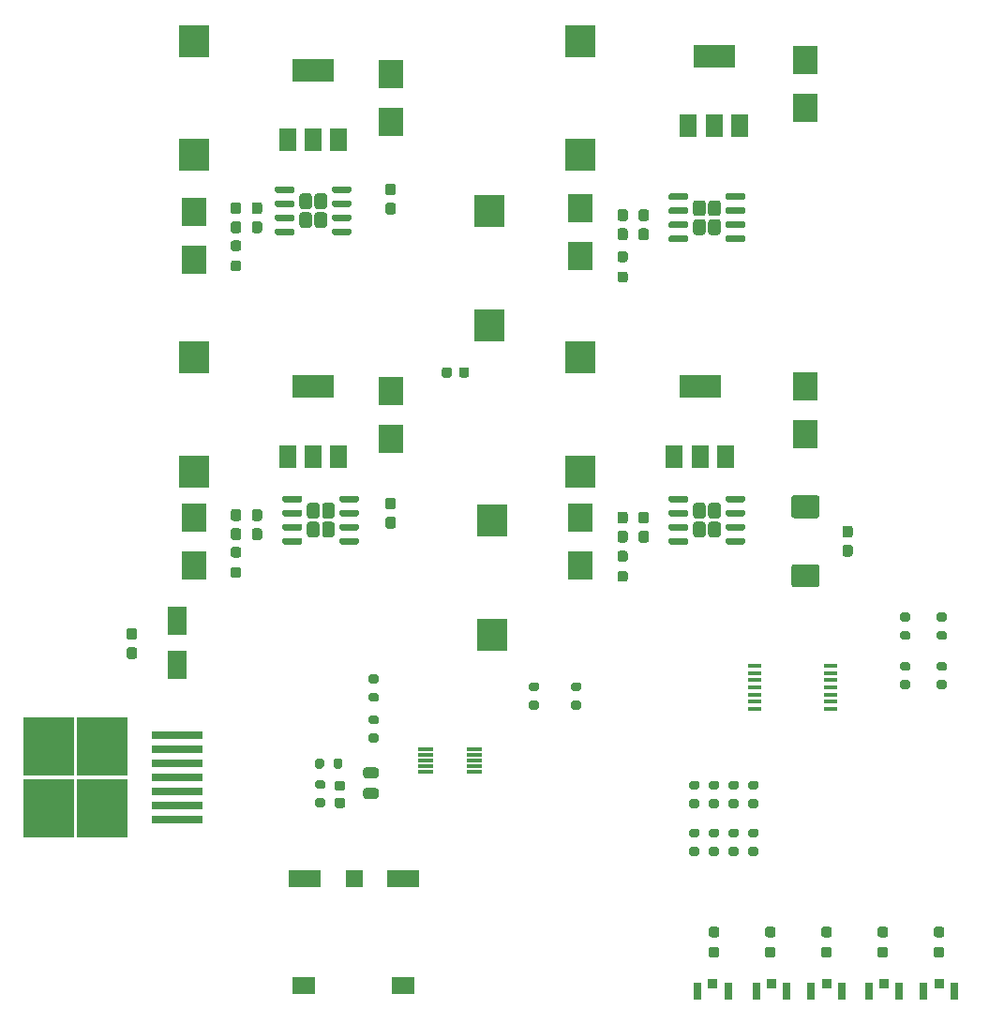
<source format=gtp>
%TF.GenerationSoftware,KiCad,Pcbnew,5.1.9+dfsg1-1*%
%TF.CreationDate,2021-04-28T20:37:39+02:00*%
%TF.ProjectId,Power_Board-2021,506f7765-725f-4426-9f61-72642d323032,rev?*%
%TF.SameCoordinates,Original*%
%TF.FileFunction,Paste,Top*%
%TF.FilePolarity,Positive*%
%FSLAX46Y46*%
G04 Gerber Fmt 4.6, Leading zero omitted, Abs format (unit mm)*
G04 Created by KiCad (PCBNEW 5.1.9+dfsg1-1) date 2021-04-28 20:37:39*
%MOMM*%
%LPD*%
G01*
G04 APERTURE LIST*
%ADD10R,4.600000X0.800000*%
%ADD11R,4.550000X5.250000*%
%ADD12R,1.400000X0.300000*%
%ADD13R,1.200000X0.400000*%
%ADD14R,2.300000X2.500000*%
%ADD15R,1.800000X2.500000*%
%ADD16R,3.800000X2.000000*%
%ADD17R,1.500000X2.000000*%
%ADD18R,2.800000X3.000000*%
%ADD19R,0.750000X1.500000*%
%ADD20R,0.900000X0.900000*%
%ADD21R,3.000000X1.524000*%
%ADD22R,1.524000X1.524000*%
%ADD23R,2.000000X1.524000*%
G04 APERTURE END LIST*
%TO.C,R7*%
G36*
G01*
X200935000Y-139783000D02*
X200385000Y-139783000D01*
G75*
G02*
X200185000Y-139583000I0J200000D01*
G01*
X200185000Y-139183000D01*
G75*
G02*
X200385000Y-138983000I200000J0D01*
G01*
X200935000Y-138983000D01*
G75*
G02*
X201135000Y-139183000I0J-200000D01*
G01*
X201135000Y-139583000D01*
G75*
G02*
X200935000Y-139783000I-200000J0D01*
G01*
G37*
G36*
G01*
X200935000Y-141433000D02*
X200385000Y-141433000D01*
G75*
G02*
X200185000Y-141233000I0J200000D01*
G01*
X200185000Y-140833000D01*
G75*
G02*
X200385000Y-140633000I200000J0D01*
G01*
X200935000Y-140633000D01*
G75*
G02*
X201135000Y-140833000I0J-200000D01*
G01*
X201135000Y-141233000D01*
G75*
G02*
X200935000Y-141433000I-200000J0D01*
G01*
G37*
%TD*%
%TO.C,R15*%
G36*
G01*
X187939000Y-127425000D02*
X188489000Y-127425000D01*
G75*
G02*
X188689000Y-127625000I0J-200000D01*
G01*
X188689000Y-128025000D01*
G75*
G02*
X188489000Y-128225000I-200000J0D01*
G01*
X187939000Y-128225000D01*
G75*
G02*
X187739000Y-128025000I0J200000D01*
G01*
X187739000Y-127625000D01*
G75*
G02*
X187939000Y-127425000I200000J0D01*
G01*
G37*
G36*
G01*
X187939000Y-125775000D02*
X188489000Y-125775000D01*
G75*
G02*
X188689000Y-125975000I0J-200000D01*
G01*
X188689000Y-126375000D01*
G75*
G02*
X188489000Y-126575000I-200000J0D01*
G01*
X187939000Y-126575000D01*
G75*
G02*
X187739000Y-126375000I0J200000D01*
G01*
X187739000Y-125975000D01*
G75*
G02*
X187939000Y-125775000I200000J0D01*
G01*
G37*
%TD*%
%TO.C,C2001*%
G36*
G01*
X176980000Y-97540000D02*
X176980000Y-98040000D01*
G75*
G02*
X176755000Y-98265000I-225000J0D01*
G01*
X176305000Y-98265000D01*
G75*
G02*
X176080000Y-98040000I0J225000D01*
G01*
X176080000Y-97540000D01*
G75*
G02*
X176305000Y-97315000I225000J0D01*
G01*
X176755000Y-97315000D01*
G75*
G02*
X176980000Y-97540000I0J-225000D01*
G01*
G37*
G36*
G01*
X178530000Y-97540000D02*
X178530000Y-98040000D01*
G75*
G02*
X178305000Y-98265000I-225000J0D01*
G01*
X177855000Y-98265000D01*
G75*
G02*
X177630000Y-98040000I0J225000D01*
G01*
X177630000Y-97540000D01*
G75*
G02*
X177855000Y-97315000I225000J0D01*
G01*
X178305000Y-97315000D01*
G75*
G02*
X178530000Y-97540000I0J-225000D01*
G01*
G37*
%TD*%
D10*
%TO.C,U1*%
X152152000Y-138176000D03*
X152152000Y-136906000D03*
X152152000Y-135636000D03*
X152152000Y-134366000D03*
X152152000Y-133096000D03*
X152152000Y-131826000D03*
X152152000Y-130556000D03*
D11*
X140577000Y-131591000D03*
X145427000Y-137141000D03*
X140577000Y-137141000D03*
X145427000Y-131591000D03*
%TD*%
%TO.C,R14*%
G36*
G01*
X217657000Y-123934000D02*
X218207000Y-123934000D01*
G75*
G02*
X218407000Y-124134000I0J-200000D01*
G01*
X218407000Y-124534000D01*
G75*
G02*
X218207000Y-124734000I-200000J0D01*
G01*
X217657000Y-124734000D01*
G75*
G02*
X217457000Y-124534000I0J200000D01*
G01*
X217457000Y-124134000D01*
G75*
G02*
X217657000Y-123934000I200000J0D01*
G01*
G37*
G36*
G01*
X217657000Y-125584000D02*
X218207000Y-125584000D01*
G75*
G02*
X218407000Y-125784000I0J-200000D01*
G01*
X218407000Y-126184000D01*
G75*
G02*
X218207000Y-126384000I-200000J0D01*
G01*
X217657000Y-126384000D01*
G75*
G02*
X217457000Y-126184000I0J200000D01*
G01*
X217457000Y-125784000D01*
G75*
G02*
X217657000Y-125584000I200000J0D01*
G01*
G37*
%TD*%
%TO.C,R12*%
G36*
G01*
X169651000Y-128760000D02*
X170201000Y-128760000D01*
G75*
G02*
X170401000Y-128960000I0J-200000D01*
G01*
X170401000Y-129360000D01*
G75*
G02*
X170201000Y-129560000I-200000J0D01*
G01*
X169651000Y-129560000D01*
G75*
G02*
X169451000Y-129360000I0J200000D01*
G01*
X169451000Y-128960000D01*
G75*
G02*
X169651000Y-128760000I200000J0D01*
G01*
G37*
G36*
G01*
X169651000Y-130410000D02*
X170201000Y-130410000D01*
G75*
G02*
X170401000Y-130610000I0J-200000D01*
G01*
X170401000Y-131010000D01*
G75*
G02*
X170201000Y-131210000I-200000J0D01*
G01*
X169651000Y-131210000D01*
G75*
G02*
X169451000Y-131010000I0J200000D01*
G01*
X169451000Y-130610000D01*
G75*
G02*
X169651000Y-130410000I200000J0D01*
G01*
G37*
%TD*%
%TO.C,R3*%
G36*
G01*
X204491000Y-139783000D02*
X203941000Y-139783000D01*
G75*
G02*
X203741000Y-139583000I0J200000D01*
G01*
X203741000Y-139183000D01*
G75*
G02*
X203941000Y-138983000I200000J0D01*
G01*
X204491000Y-138983000D01*
G75*
G02*
X204691000Y-139183000I0J-200000D01*
G01*
X204691000Y-139583000D01*
G75*
G02*
X204491000Y-139783000I-200000J0D01*
G01*
G37*
G36*
G01*
X204491000Y-141433000D02*
X203941000Y-141433000D01*
G75*
G02*
X203741000Y-141233000I0J200000D01*
G01*
X203741000Y-140833000D01*
G75*
G02*
X203941000Y-140633000I200000J0D01*
G01*
X204491000Y-140633000D01*
G75*
G02*
X204691000Y-140833000I0J-200000D01*
G01*
X204691000Y-141233000D01*
G75*
G02*
X204491000Y-141433000I-200000J0D01*
G01*
G37*
%TD*%
%TO.C,R4*%
G36*
G01*
X204491000Y-135465000D02*
X203941000Y-135465000D01*
G75*
G02*
X203741000Y-135265000I0J200000D01*
G01*
X203741000Y-134865000D01*
G75*
G02*
X203941000Y-134665000I200000J0D01*
G01*
X204491000Y-134665000D01*
G75*
G02*
X204691000Y-134865000I0J-200000D01*
G01*
X204691000Y-135265000D01*
G75*
G02*
X204491000Y-135465000I-200000J0D01*
G01*
G37*
G36*
G01*
X204491000Y-137115000D02*
X203941000Y-137115000D01*
G75*
G02*
X203741000Y-136915000I0J200000D01*
G01*
X203741000Y-136515000D01*
G75*
G02*
X203941000Y-136315000I200000J0D01*
G01*
X204491000Y-136315000D01*
G75*
G02*
X204691000Y-136515000I0J-200000D01*
G01*
X204691000Y-136915000D01*
G75*
G02*
X204491000Y-137115000I-200000J0D01*
G01*
G37*
%TD*%
%TO.C,R2*%
G36*
G01*
X165437000Y-132821000D02*
X165437000Y-133371000D01*
G75*
G02*
X165237000Y-133571000I-200000J0D01*
G01*
X164837000Y-133571000D01*
G75*
G02*
X164637000Y-133371000I0J200000D01*
G01*
X164637000Y-132821000D01*
G75*
G02*
X164837000Y-132621000I200000J0D01*
G01*
X165237000Y-132621000D01*
G75*
G02*
X165437000Y-132821000I0J-200000D01*
G01*
G37*
G36*
G01*
X167087000Y-132821000D02*
X167087000Y-133371000D01*
G75*
G02*
X166887000Y-133571000I-200000J0D01*
G01*
X166487000Y-133571000D01*
G75*
G02*
X166287000Y-133371000I0J200000D01*
G01*
X166287000Y-132821000D01*
G75*
G02*
X166487000Y-132621000I200000J0D01*
G01*
X166887000Y-132621000D01*
G75*
G02*
X167087000Y-132821000I0J-200000D01*
G01*
G37*
%TD*%
%TO.C,R5*%
G36*
G01*
X202713000Y-139783000D02*
X202163000Y-139783000D01*
G75*
G02*
X201963000Y-139583000I0J200000D01*
G01*
X201963000Y-139183000D01*
G75*
G02*
X202163000Y-138983000I200000J0D01*
G01*
X202713000Y-138983000D01*
G75*
G02*
X202913000Y-139183000I0J-200000D01*
G01*
X202913000Y-139583000D01*
G75*
G02*
X202713000Y-139783000I-200000J0D01*
G01*
G37*
G36*
G01*
X202713000Y-141433000D02*
X202163000Y-141433000D01*
G75*
G02*
X201963000Y-141233000I0J200000D01*
G01*
X201963000Y-140833000D01*
G75*
G02*
X202163000Y-140633000I200000J0D01*
G01*
X202713000Y-140633000D01*
G75*
G02*
X202913000Y-140833000I0J-200000D01*
G01*
X202913000Y-141233000D01*
G75*
G02*
X202713000Y-141433000I-200000J0D01*
G01*
G37*
%TD*%
%TO.C,R1*%
G36*
G01*
X164825000Y-134602000D02*
X165375000Y-134602000D01*
G75*
G02*
X165575000Y-134802000I0J-200000D01*
G01*
X165575000Y-135202000D01*
G75*
G02*
X165375000Y-135402000I-200000J0D01*
G01*
X164825000Y-135402000D01*
G75*
G02*
X164625000Y-135202000I0J200000D01*
G01*
X164625000Y-134802000D01*
G75*
G02*
X164825000Y-134602000I200000J0D01*
G01*
G37*
G36*
G01*
X164825000Y-136252000D02*
X165375000Y-136252000D01*
G75*
G02*
X165575000Y-136452000I0J-200000D01*
G01*
X165575000Y-136852000D01*
G75*
G02*
X165375000Y-137052000I-200000J0D01*
G01*
X164825000Y-137052000D01*
G75*
G02*
X164625000Y-136852000I0J200000D01*
G01*
X164625000Y-136452000D01*
G75*
G02*
X164825000Y-136252000I200000J0D01*
G01*
G37*
%TD*%
D12*
%TO.C,U2*%
X174584000Y-131842000D03*
X174584000Y-132342000D03*
X174584000Y-132842000D03*
X174584000Y-133342000D03*
X174584000Y-133842000D03*
X178984000Y-133842000D03*
X178984000Y-133342000D03*
X178984000Y-132842000D03*
X178984000Y-132342000D03*
X178984000Y-131842000D03*
%TD*%
%TO.C,R13*%
G36*
G01*
X184129000Y-125775000D02*
X184679000Y-125775000D01*
G75*
G02*
X184879000Y-125975000I0J-200000D01*
G01*
X184879000Y-126375000D01*
G75*
G02*
X184679000Y-126575000I-200000J0D01*
G01*
X184129000Y-126575000D01*
G75*
G02*
X183929000Y-126375000I0J200000D01*
G01*
X183929000Y-125975000D01*
G75*
G02*
X184129000Y-125775000I200000J0D01*
G01*
G37*
G36*
G01*
X184129000Y-127425000D02*
X184679000Y-127425000D01*
G75*
G02*
X184879000Y-127625000I0J-200000D01*
G01*
X184879000Y-128025000D01*
G75*
G02*
X184679000Y-128225000I-200000J0D01*
G01*
X184129000Y-128225000D01*
G75*
G02*
X183929000Y-128025000I0J200000D01*
G01*
X183929000Y-127625000D01*
G75*
G02*
X184129000Y-127425000I200000J0D01*
G01*
G37*
%TD*%
%TO.C,R10*%
G36*
G01*
X199157000Y-137115000D02*
X198607000Y-137115000D01*
G75*
G02*
X198407000Y-136915000I0J200000D01*
G01*
X198407000Y-136515000D01*
G75*
G02*
X198607000Y-136315000I200000J0D01*
G01*
X199157000Y-136315000D01*
G75*
G02*
X199357000Y-136515000I0J-200000D01*
G01*
X199357000Y-136915000D01*
G75*
G02*
X199157000Y-137115000I-200000J0D01*
G01*
G37*
G36*
G01*
X199157000Y-135465000D02*
X198607000Y-135465000D01*
G75*
G02*
X198407000Y-135265000I0J200000D01*
G01*
X198407000Y-134865000D01*
G75*
G02*
X198607000Y-134665000I200000J0D01*
G01*
X199157000Y-134665000D01*
G75*
G02*
X199357000Y-134865000I0J-200000D01*
G01*
X199357000Y-135265000D01*
G75*
G02*
X199157000Y-135465000I-200000J0D01*
G01*
G37*
%TD*%
%TO.C,R8*%
G36*
G01*
X200935000Y-137115000D02*
X200385000Y-137115000D01*
G75*
G02*
X200185000Y-136915000I0J200000D01*
G01*
X200185000Y-136515000D01*
G75*
G02*
X200385000Y-136315000I200000J0D01*
G01*
X200935000Y-136315000D01*
G75*
G02*
X201135000Y-136515000I0J-200000D01*
G01*
X201135000Y-136915000D01*
G75*
G02*
X200935000Y-137115000I-200000J0D01*
G01*
G37*
G36*
G01*
X200935000Y-135465000D02*
X200385000Y-135465000D01*
G75*
G02*
X200185000Y-135265000I0J200000D01*
G01*
X200185000Y-134865000D01*
G75*
G02*
X200385000Y-134665000I200000J0D01*
G01*
X200935000Y-134665000D01*
G75*
G02*
X201135000Y-134865000I0J-200000D01*
G01*
X201135000Y-135265000D01*
G75*
G02*
X200935000Y-135465000I-200000J0D01*
G01*
G37*
%TD*%
%TO.C,R6*%
G36*
G01*
X202713000Y-137115000D02*
X202163000Y-137115000D01*
G75*
G02*
X201963000Y-136915000I0J200000D01*
G01*
X201963000Y-136515000D01*
G75*
G02*
X202163000Y-136315000I200000J0D01*
G01*
X202713000Y-136315000D01*
G75*
G02*
X202913000Y-136515000I0J-200000D01*
G01*
X202913000Y-136915000D01*
G75*
G02*
X202713000Y-137115000I-200000J0D01*
G01*
G37*
G36*
G01*
X202713000Y-135465000D02*
X202163000Y-135465000D01*
G75*
G02*
X201963000Y-135265000I0J200000D01*
G01*
X201963000Y-134865000D01*
G75*
G02*
X202163000Y-134665000I200000J0D01*
G01*
X202713000Y-134665000D01*
G75*
G02*
X202913000Y-134865000I0J-200000D01*
G01*
X202913000Y-135265000D01*
G75*
G02*
X202713000Y-135465000I-200000J0D01*
G01*
G37*
%TD*%
D13*
%TO.C,U3*%
X204322000Y-124288000D03*
X204322000Y-124938000D03*
X204322000Y-125588000D03*
X204322000Y-126238000D03*
X204322000Y-126888000D03*
X204322000Y-127538000D03*
X204322000Y-128188000D03*
X211222000Y-128188000D03*
X211222000Y-127538000D03*
X211222000Y-126888000D03*
X211222000Y-126238000D03*
X211222000Y-125588000D03*
X211222000Y-124938000D03*
X211222000Y-124288000D03*
%TD*%
%TO.C,R16*%
G36*
G01*
X220959000Y-123934000D02*
X221509000Y-123934000D01*
G75*
G02*
X221709000Y-124134000I0J-200000D01*
G01*
X221709000Y-124534000D01*
G75*
G02*
X221509000Y-124734000I-200000J0D01*
G01*
X220959000Y-124734000D01*
G75*
G02*
X220759000Y-124534000I0J200000D01*
G01*
X220759000Y-124134000D01*
G75*
G02*
X220959000Y-123934000I200000J0D01*
G01*
G37*
G36*
G01*
X220959000Y-125584000D02*
X221509000Y-125584000D01*
G75*
G02*
X221709000Y-125784000I0J-200000D01*
G01*
X221709000Y-126184000D01*
G75*
G02*
X221509000Y-126384000I-200000J0D01*
G01*
X220959000Y-126384000D01*
G75*
G02*
X220759000Y-126184000I0J200000D01*
G01*
X220759000Y-125784000D01*
G75*
G02*
X220959000Y-125584000I200000J0D01*
G01*
G37*
%TD*%
%TO.C,C1*%
G36*
G01*
X167128000Y-137115000D02*
X166628000Y-137115000D01*
G75*
G02*
X166403000Y-136890000I0J225000D01*
G01*
X166403000Y-136440000D01*
G75*
G02*
X166628000Y-136215000I225000J0D01*
G01*
X167128000Y-136215000D01*
G75*
G02*
X167353000Y-136440000I0J-225000D01*
G01*
X167353000Y-136890000D01*
G75*
G02*
X167128000Y-137115000I-225000J0D01*
G01*
G37*
G36*
G01*
X167128000Y-135565000D02*
X166628000Y-135565000D01*
G75*
G02*
X166403000Y-135340000I0J225000D01*
G01*
X166403000Y-134890000D01*
G75*
G02*
X166628000Y-134665000I225000J0D01*
G01*
X167128000Y-134665000D01*
G75*
G02*
X167353000Y-134890000I0J-225000D01*
G01*
X167353000Y-135340000D01*
G75*
G02*
X167128000Y-135565000I-225000J0D01*
G01*
G37*
%TD*%
%TO.C,R11*%
G36*
G01*
X170201000Y-125876000D02*
X169651000Y-125876000D01*
G75*
G02*
X169451000Y-125676000I0J200000D01*
G01*
X169451000Y-125276000D01*
G75*
G02*
X169651000Y-125076000I200000J0D01*
G01*
X170201000Y-125076000D01*
G75*
G02*
X170401000Y-125276000I0J-200000D01*
G01*
X170401000Y-125676000D01*
G75*
G02*
X170201000Y-125876000I-200000J0D01*
G01*
G37*
G36*
G01*
X170201000Y-127526000D02*
X169651000Y-127526000D01*
G75*
G02*
X169451000Y-127326000I0J200000D01*
G01*
X169451000Y-126926000D01*
G75*
G02*
X169651000Y-126726000I200000J0D01*
G01*
X170201000Y-126726000D01*
G75*
G02*
X170401000Y-126926000I0J-200000D01*
G01*
X170401000Y-127326000D01*
G75*
G02*
X170201000Y-127526000I-200000J0D01*
G01*
G37*
%TD*%
%TO.C,R9*%
G36*
G01*
X199157000Y-139783000D02*
X198607000Y-139783000D01*
G75*
G02*
X198407000Y-139583000I0J200000D01*
G01*
X198407000Y-139183000D01*
G75*
G02*
X198607000Y-138983000I200000J0D01*
G01*
X199157000Y-138983000D01*
G75*
G02*
X199357000Y-139183000I0J-200000D01*
G01*
X199357000Y-139583000D01*
G75*
G02*
X199157000Y-139783000I-200000J0D01*
G01*
G37*
G36*
G01*
X199157000Y-141433000D02*
X198607000Y-141433000D01*
G75*
G02*
X198407000Y-141233000I0J200000D01*
G01*
X198407000Y-140833000D01*
G75*
G02*
X198607000Y-140633000I200000J0D01*
G01*
X199157000Y-140633000D01*
G75*
G02*
X199357000Y-140833000I0J-200000D01*
G01*
X199357000Y-141233000D01*
G75*
G02*
X199157000Y-141433000I-200000J0D01*
G01*
G37*
%TD*%
%TO.C,C2004*%
G36*
G01*
X159147500Y-111857500D02*
X159622500Y-111857500D01*
G75*
G02*
X159860000Y-112095000I0J-237500D01*
G01*
X159860000Y-112695000D01*
G75*
G02*
X159622500Y-112932500I-237500J0D01*
G01*
X159147500Y-112932500D01*
G75*
G02*
X158910000Y-112695000I0J237500D01*
G01*
X158910000Y-112095000D01*
G75*
G02*
X159147500Y-111857500I237500J0D01*
G01*
G37*
G36*
G01*
X159147500Y-110132500D02*
X159622500Y-110132500D01*
G75*
G02*
X159860000Y-110370000I0J-237500D01*
G01*
X159860000Y-110970000D01*
G75*
G02*
X159622500Y-111207500I-237500J0D01*
G01*
X159147500Y-111207500D01*
G75*
G02*
X158910000Y-110970000I0J237500D01*
G01*
X158910000Y-110370000D01*
G75*
G02*
X159147500Y-110132500I237500J0D01*
G01*
G37*
%TD*%
%TO.C,C2005*%
G36*
G01*
X157242500Y-111857500D02*
X157717500Y-111857500D01*
G75*
G02*
X157955000Y-112095000I0J-237500D01*
G01*
X157955000Y-112695000D01*
G75*
G02*
X157717500Y-112932500I-237500J0D01*
G01*
X157242500Y-112932500D01*
G75*
G02*
X157005000Y-112695000I0J237500D01*
G01*
X157005000Y-112095000D01*
G75*
G02*
X157242500Y-111857500I237500J0D01*
G01*
G37*
G36*
G01*
X157242500Y-110132500D02*
X157717500Y-110132500D01*
G75*
G02*
X157955000Y-110370000I0J-237500D01*
G01*
X157955000Y-110970000D01*
G75*
G02*
X157717500Y-111207500I-237500J0D01*
G01*
X157242500Y-111207500D01*
G75*
G02*
X157005000Y-110970000I0J237500D01*
G01*
X157005000Y-110370000D01*
G75*
G02*
X157242500Y-110132500I237500J0D01*
G01*
G37*
%TD*%
%TO.C,C2014*%
G36*
G01*
X159147500Y-84145000D02*
X159622500Y-84145000D01*
G75*
G02*
X159860000Y-84382500I0J-237500D01*
G01*
X159860000Y-84982500D01*
G75*
G02*
X159622500Y-85220000I-237500J0D01*
G01*
X159147500Y-85220000D01*
G75*
G02*
X158910000Y-84982500I0J237500D01*
G01*
X158910000Y-84382500D01*
G75*
G02*
X159147500Y-84145000I237500J0D01*
G01*
G37*
G36*
G01*
X159147500Y-82420000D02*
X159622500Y-82420000D01*
G75*
G02*
X159860000Y-82657500I0J-237500D01*
G01*
X159860000Y-83257500D01*
G75*
G02*
X159622500Y-83495000I-237500J0D01*
G01*
X159147500Y-83495000D01*
G75*
G02*
X158910000Y-83257500I0J237500D01*
G01*
X158910000Y-82657500D01*
G75*
G02*
X159147500Y-82420000I237500J0D01*
G01*
G37*
%TD*%
%TO.C,C2015*%
G36*
G01*
X157242500Y-82420000D02*
X157717500Y-82420000D01*
G75*
G02*
X157955000Y-82657500I0J-237500D01*
G01*
X157955000Y-83257500D01*
G75*
G02*
X157717500Y-83495000I-237500J0D01*
G01*
X157242500Y-83495000D01*
G75*
G02*
X157005000Y-83257500I0J237500D01*
G01*
X157005000Y-82657500D01*
G75*
G02*
X157242500Y-82420000I237500J0D01*
G01*
G37*
G36*
G01*
X157242500Y-84145000D02*
X157717500Y-84145000D01*
G75*
G02*
X157955000Y-84382500I0J-237500D01*
G01*
X157955000Y-84982500D01*
G75*
G02*
X157717500Y-85220000I-237500J0D01*
G01*
X157242500Y-85220000D01*
G75*
G02*
X157005000Y-84982500I0J237500D01*
G01*
X157005000Y-84382500D01*
G75*
G02*
X157242500Y-84145000I237500J0D01*
G01*
G37*
%TD*%
%TO.C,C2023*%
G36*
G01*
X207890000Y-108880000D02*
X209940000Y-108880000D01*
G75*
G02*
X210190000Y-109130000I0J-250000D01*
G01*
X210190000Y-110705000D01*
G75*
G02*
X209940000Y-110955000I-250000J0D01*
G01*
X207890000Y-110955000D01*
G75*
G02*
X207640000Y-110705000I0J250000D01*
G01*
X207640000Y-109130000D01*
G75*
G02*
X207890000Y-108880000I250000J0D01*
G01*
G37*
G36*
G01*
X207890000Y-115105000D02*
X209940000Y-115105000D01*
G75*
G02*
X210190000Y-115355000I0J-250000D01*
G01*
X210190000Y-116930000D01*
G75*
G02*
X209940000Y-117180000I-250000J0D01*
G01*
X207890000Y-117180000D01*
G75*
G02*
X207640000Y-116930000I0J250000D01*
G01*
X207640000Y-115355000D01*
G75*
G02*
X207890000Y-115105000I250000J0D01*
G01*
G37*
%TD*%
%TO.C,C2025*%
G36*
G01*
X194072500Y-112085000D02*
X194547500Y-112085000D01*
G75*
G02*
X194785000Y-112322500I0J-237500D01*
G01*
X194785000Y-112922500D01*
G75*
G02*
X194547500Y-113160000I-237500J0D01*
G01*
X194072500Y-113160000D01*
G75*
G02*
X193835000Y-112922500I0J237500D01*
G01*
X193835000Y-112322500D01*
G75*
G02*
X194072500Y-112085000I237500J0D01*
G01*
G37*
G36*
G01*
X194072500Y-110360000D02*
X194547500Y-110360000D01*
G75*
G02*
X194785000Y-110597500I0J-237500D01*
G01*
X194785000Y-111197500D01*
G75*
G02*
X194547500Y-111435000I-237500J0D01*
G01*
X194072500Y-111435000D01*
G75*
G02*
X193835000Y-111197500I0J237500D01*
G01*
X193835000Y-110597500D01*
G75*
G02*
X194072500Y-110360000I237500J0D01*
G01*
G37*
%TD*%
%TO.C,C2026*%
G36*
G01*
X192167500Y-110360000D02*
X192642500Y-110360000D01*
G75*
G02*
X192880000Y-110597500I0J-237500D01*
G01*
X192880000Y-111197500D01*
G75*
G02*
X192642500Y-111435000I-237500J0D01*
G01*
X192167500Y-111435000D01*
G75*
G02*
X191930000Y-111197500I0J237500D01*
G01*
X191930000Y-110597500D01*
G75*
G02*
X192167500Y-110360000I237500J0D01*
G01*
G37*
G36*
G01*
X192167500Y-112085000D02*
X192642500Y-112085000D01*
G75*
G02*
X192880000Y-112322500I0J-237500D01*
G01*
X192880000Y-112922500D01*
G75*
G02*
X192642500Y-113160000I-237500J0D01*
G01*
X192167500Y-113160000D01*
G75*
G02*
X191930000Y-112922500I0J237500D01*
G01*
X191930000Y-112322500D01*
G75*
G02*
X192167500Y-112085000I237500J0D01*
G01*
G37*
%TD*%
%TO.C,C2035*%
G36*
G01*
X194072500Y-84780000D02*
X194547500Y-84780000D01*
G75*
G02*
X194785000Y-85017500I0J-237500D01*
G01*
X194785000Y-85617500D01*
G75*
G02*
X194547500Y-85855000I-237500J0D01*
G01*
X194072500Y-85855000D01*
G75*
G02*
X193835000Y-85617500I0J237500D01*
G01*
X193835000Y-85017500D01*
G75*
G02*
X194072500Y-84780000I237500J0D01*
G01*
G37*
G36*
G01*
X194072500Y-83055000D02*
X194547500Y-83055000D01*
G75*
G02*
X194785000Y-83292500I0J-237500D01*
G01*
X194785000Y-83892500D01*
G75*
G02*
X194547500Y-84130000I-237500J0D01*
G01*
X194072500Y-84130000D01*
G75*
G02*
X193835000Y-83892500I0J237500D01*
G01*
X193835000Y-83292500D01*
G75*
G02*
X194072500Y-83055000I237500J0D01*
G01*
G37*
%TD*%
%TO.C,C2036*%
G36*
G01*
X192167500Y-84780000D02*
X192642500Y-84780000D01*
G75*
G02*
X192880000Y-85017500I0J-237500D01*
G01*
X192880000Y-85617500D01*
G75*
G02*
X192642500Y-85855000I-237500J0D01*
G01*
X192167500Y-85855000D01*
G75*
G02*
X191930000Y-85617500I0J237500D01*
G01*
X191930000Y-85017500D01*
G75*
G02*
X192167500Y-84780000I237500J0D01*
G01*
G37*
G36*
G01*
X192167500Y-83055000D02*
X192642500Y-83055000D01*
G75*
G02*
X192880000Y-83292500I0J-237500D01*
G01*
X192880000Y-83892500D01*
G75*
G02*
X192642500Y-84130000I-237500J0D01*
G01*
X192167500Y-84130000D01*
G75*
G02*
X191930000Y-83892500I0J237500D01*
G01*
X191930000Y-83292500D01*
G75*
G02*
X192167500Y-83055000I237500J0D01*
G01*
G37*
%TD*%
D14*
%TO.C,D2001*%
X171450000Y-99450000D03*
X171450000Y-103750000D03*
%TD*%
D15*
%TO.C,D2002*%
X152146000Y-124174000D03*
X152146000Y-120174000D03*
%TD*%
D14*
%TO.C,D2003*%
X153670000Y-110880000D03*
X153670000Y-115180000D03*
%TD*%
%TO.C,D2004*%
X171450000Y-75175000D03*
X171450000Y-70875000D03*
%TD*%
%TO.C,D2005*%
X153670000Y-83330000D03*
X153670000Y-87630000D03*
%TD*%
%TO.C,D2006*%
X208915000Y-99060000D03*
X208915000Y-103360000D03*
%TD*%
%TO.C,D2008*%
X188595000Y-115180000D03*
X188595000Y-110880000D03*
%TD*%
%TO.C,D2009*%
X208915000Y-69605000D03*
X208915000Y-73905000D03*
%TD*%
%TO.C,D2010*%
X188595000Y-82940000D03*
X188595000Y-87240000D03*
%TD*%
D16*
%TO.C,Q2001*%
X164465000Y-99085000D03*
D17*
X164465000Y-105385000D03*
X166765000Y-105385000D03*
X162165000Y-105385000D03*
%TD*%
D16*
%TO.C,Q2002*%
X164465000Y-70510000D03*
D17*
X164465000Y-76810000D03*
X166765000Y-76810000D03*
X162165000Y-76810000D03*
%TD*%
%TO.C,Q2003*%
X197090000Y-105385000D03*
X201690000Y-105385000D03*
X199390000Y-105385000D03*
D16*
X199390000Y-99085000D03*
%TD*%
D17*
%TO.C,Q2004*%
X198360000Y-75540000D03*
X202960000Y-75540000D03*
X200660000Y-75540000D03*
D16*
X200660000Y-69240000D03*
%TD*%
%TO.C,R2004*%
G36*
G01*
X157242500Y-113535000D02*
X157717500Y-113535000D01*
G75*
G02*
X157955000Y-113772500I0J-237500D01*
G01*
X157955000Y-114272500D01*
G75*
G02*
X157717500Y-114510000I-237500J0D01*
G01*
X157242500Y-114510000D01*
G75*
G02*
X157005000Y-114272500I0J237500D01*
G01*
X157005000Y-113772500D01*
G75*
G02*
X157242500Y-113535000I237500J0D01*
G01*
G37*
G36*
G01*
X157242500Y-115360000D02*
X157717500Y-115360000D01*
G75*
G02*
X157955000Y-115597500I0J-237500D01*
G01*
X157955000Y-116097500D01*
G75*
G02*
X157717500Y-116335000I-237500J0D01*
G01*
X157242500Y-116335000D01*
G75*
G02*
X157005000Y-116097500I0J237500D01*
G01*
X157005000Y-115597500D01*
G75*
G02*
X157242500Y-115360000I237500J0D01*
G01*
G37*
%TD*%
%TO.C,R2008*%
G36*
G01*
X157242500Y-87697500D02*
X157717500Y-87697500D01*
G75*
G02*
X157955000Y-87935000I0J-237500D01*
G01*
X157955000Y-88435000D01*
G75*
G02*
X157717500Y-88672500I-237500J0D01*
G01*
X157242500Y-88672500D01*
G75*
G02*
X157005000Y-88435000I0J237500D01*
G01*
X157005000Y-87935000D01*
G75*
G02*
X157242500Y-87697500I237500J0D01*
G01*
G37*
G36*
G01*
X157242500Y-85872500D02*
X157717500Y-85872500D01*
G75*
G02*
X157955000Y-86110000I0J-237500D01*
G01*
X157955000Y-86610000D01*
G75*
G02*
X157717500Y-86847500I-237500J0D01*
G01*
X157242500Y-86847500D01*
G75*
G02*
X157005000Y-86610000I0J237500D01*
G01*
X157005000Y-86110000D01*
G75*
G02*
X157242500Y-85872500I237500J0D01*
G01*
G37*
%TD*%
%TO.C,R2012*%
G36*
G01*
X192167500Y-113892500D02*
X192642500Y-113892500D01*
G75*
G02*
X192880000Y-114130000I0J-237500D01*
G01*
X192880000Y-114630000D01*
G75*
G02*
X192642500Y-114867500I-237500J0D01*
G01*
X192167500Y-114867500D01*
G75*
G02*
X191930000Y-114630000I0J237500D01*
G01*
X191930000Y-114130000D01*
G75*
G02*
X192167500Y-113892500I237500J0D01*
G01*
G37*
G36*
G01*
X192167500Y-115717500D02*
X192642500Y-115717500D01*
G75*
G02*
X192880000Y-115955000I0J-237500D01*
G01*
X192880000Y-116455000D01*
G75*
G02*
X192642500Y-116692500I-237500J0D01*
G01*
X192167500Y-116692500D01*
G75*
G02*
X191930000Y-116455000I0J237500D01*
G01*
X191930000Y-115955000D01*
G75*
G02*
X192167500Y-115717500I237500J0D01*
G01*
G37*
%TD*%
%TO.C,R2016*%
G36*
G01*
X192167500Y-86865000D02*
X192642500Y-86865000D01*
G75*
G02*
X192880000Y-87102500I0J-237500D01*
G01*
X192880000Y-87602500D01*
G75*
G02*
X192642500Y-87840000I-237500J0D01*
G01*
X192167500Y-87840000D01*
G75*
G02*
X191930000Y-87602500I0J237500D01*
G01*
X191930000Y-87102500D01*
G75*
G02*
X192167500Y-86865000I237500J0D01*
G01*
G37*
G36*
G01*
X192167500Y-88690000D02*
X192642500Y-88690000D01*
G75*
G02*
X192880000Y-88927500I0J-237500D01*
G01*
X192880000Y-89427500D01*
G75*
G02*
X192642500Y-89665000I-237500J0D01*
G01*
X192167500Y-89665000D01*
G75*
G02*
X191930000Y-89427500I0J237500D01*
G01*
X191930000Y-88927500D01*
G75*
G02*
X192167500Y-88690000I237500J0D01*
G01*
G37*
%TD*%
%TO.C,R2017*%
G36*
G01*
X200897500Y-150625000D02*
X200422500Y-150625000D01*
G75*
G02*
X200185000Y-150387500I0J237500D01*
G01*
X200185000Y-149887500D01*
G75*
G02*
X200422500Y-149650000I237500J0D01*
G01*
X200897500Y-149650000D01*
G75*
G02*
X201135000Y-149887500I0J-237500D01*
G01*
X201135000Y-150387500D01*
G75*
G02*
X200897500Y-150625000I-237500J0D01*
G01*
G37*
G36*
G01*
X200897500Y-148800000D02*
X200422500Y-148800000D01*
G75*
G02*
X200185000Y-148562500I0J237500D01*
G01*
X200185000Y-148062500D01*
G75*
G02*
X200422500Y-147825000I237500J0D01*
G01*
X200897500Y-147825000D01*
G75*
G02*
X201135000Y-148062500I0J-237500D01*
G01*
X201135000Y-148562500D01*
G75*
G02*
X200897500Y-148800000I-237500J0D01*
G01*
G37*
%TD*%
%TO.C,R2018*%
G36*
G01*
X205977500Y-150625000D02*
X205502500Y-150625000D01*
G75*
G02*
X205265000Y-150387500I0J237500D01*
G01*
X205265000Y-149887500D01*
G75*
G02*
X205502500Y-149650000I237500J0D01*
G01*
X205977500Y-149650000D01*
G75*
G02*
X206215000Y-149887500I0J-237500D01*
G01*
X206215000Y-150387500D01*
G75*
G02*
X205977500Y-150625000I-237500J0D01*
G01*
G37*
G36*
G01*
X205977500Y-148800000D02*
X205502500Y-148800000D01*
G75*
G02*
X205265000Y-148562500I0J237500D01*
G01*
X205265000Y-148062500D01*
G75*
G02*
X205502500Y-147825000I237500J0D01*
G01*
X205977500Y-147825000D01*
G75*
G02*
X206215000Y-148062500I0J-237500D01*
G01*
X206215000Y-148562500D01*
G75*
G02*
X205977500Y-148800000I-237500J0D01*
G01*
G37*
%TD*%
%TO.C,R2019*%
G36*
G01*
X211057500Y-148800000D02*
X210582500Y-148800000D01*
G75*
G02*
X210345000Y-148562500I0J237500D01*
G01*
X210345000Y-148062500D01*
G75*
G02*
X210582500Y-147825000I237500J0D01*
G01*
X211057500Y-147825000D01*
G75*
G02*
X211295000Y-148062500I0J-237500D01*
G01*
X211295000Y-148562500D01*
G75*
G02*
X211057500Y-148800000I-237500J0D01*
G01*
G37*
G36*
G01*
X211057500Y-150625000D02*
X210582500Y-150625000D01*
G75*
G02*
X210345000Y-150387500I0J237500D01*
G01*
X210345000Y-149887500D01*
G75*
G02*
X210582500Y-149650000I237500J0D01*
G01*
X211057500Y-149650000D01*
G75*
G02*
X211295000Y-149887500I0J-237500D01*
G01*
X211295000Y-150387500D01*
G75*
G02*
X211057500Y-150625000I-237500J0D01*
G01*
G37*
%TD*%
%TO.C,R2020*%
G36*
G01*
X216137500Y-148800000D02*
X215662500Y-148800000D01*
G75*
G02*
X215425000Y-148562500I0J237500D01*
G01*
X215425000Y-148062500D01*
G75*
G02*
X215662500Y-147825000I237500J0D01*
G01*
X216137500Y-147825000D01*
G75*
G02*
X216375000Y-148062500I0J-237500D01*
G01*
X216375000Y-148562500D01*
G75*
G02*
X216137500Y-148800000I-237500J0D01*
G01*
G37*
G36*
G01*
X216137500Y-150625000D02*
X215662500Y-150625000D01*
G75*
G02*
X215425000Y-150387500I0J237500D01*
G01*
X215425000Y-149887500D01*
G75*
G02*
X215662500Y-149650000I237500J0D01*
G01*
X216137500Y-149650000D01*
G75*
G02*
X216375000Y-149887500I0J-237500D01*
G01*
X216375000Y-150387500D01*
G75*
G02*
X216137500Y-150625000I-237500J0D01*
G01*
G37*
%TD*%
%TO.C,R2021*%
G36*
G01*
X221217500Y-150625000D02*
X220742500Y-150625000D01*
G75*
G02*
X220505000Y-150387500I0J237500D01*
G01*
X220505000Y-149887500D01*
G75*
G02*
X220742500Y-149650000I237500J0D01*
G01*
X221217500Y-149650000D01*
G75*
G02*
X221455000Y-149887500I0J-237500D01*
G01*
X221455000Y-150387500D01*
G75*
G02*
X221217500Y-150625000I-237500J0D01*
G01*
G37*
G36*
G01*
X221217500Y-148800000D02*
X220742500Y-148800000D01*
G75*
G02*
X220505000Y-148562500I0J237500D01*
G01*
X220505000Y-148062500D01*
G75*
G02*
X220742500Y-147825000I237500J0D01*
G01*
X221217500Y-147825000D01*
G75*
G02*
X221455000Y-148062500I0J-237500D01*
G01*
X221455000Y-148562500D01*
G75*
G02*
X221217500Y-148800000I-237500J0D01*
G01*
G37*
%TD*%
%TO.C,U2001*%
G36*
G01*
X165260000Y-112435000D02*
X165260000Y-111515000D01*
G75*
G02*
X165510000Y-111265000I250000J0D01*
G01*
X166140000Y-111265000D01*
G75*
G02*
X166390000Y-111515000I0J-250000D01*
G01*
X166390000Y-112435000D01*
G75*
G02*
X166140000Y-112685000I-250000J0D01*
G01*
X165510000Y-112685000D01*
G75*
G02*
X165260000Y-112435000I0J250000D01*
G01*
G37*
G36*
G01*
X165260000Y-110735000D02*
X165260000Y-109815000D01*
G75*
G02*
X165510000Y-109565000I250000J0D01*
G01*
X166140000Y-109565000D01*
G75*
G02*
X166390000Y-109815000I0J-250000D01*
G01*
X166390000Y-110735000D01*
G75*
G02*
X166140000Y-110985000I-250000J0D01*
G01*
X165510000Y-110985000D01*
G75*
G02*
X165260000Y-110735000I0J250000D01*
G01*
G37*
G36*
G01*
X163900000Y-112435000D02*
X163900000Y-111515000D01*
G75*
G02*
X164150000Y-111265000I250000J0D01*
G01*
X164780000Y-111265000D01*
G75*
G02*
X165030000Y-111515000I0J-250000D01*
G01*
X165030000Y-112435000D01*
G75*
G02*
X164780000Y-112685000I-250000J0D01*
G01*
X164150000Y-112685000D01*
G75*
G02*
X163900000Y-112435000I0J250000D01*
G01*
G37*
G36*
G01*
X163900000Y-110735000D02*
X163900000Y-109815000D01*
G75*
G02*
X164150000Y-109565000I250000J0D01*
G01*
X164780000Y-109565000D01*
G75*
G02*
X165030000Y-109815000I0J-250000D01*
G01*
X165030000Y-110735000D01*
G75*
G02*
X164780000Y-110985000I-250000J0D01*
G01*
X164150000Y-110985000D01*
G75*
G02*
X163900000Y-110735000I0J250000D01*
G01*
G37*
G36*
G01*
X166820000Y-109370000D02*
X166820000Y-109070000D01*
G75*
G02*
X166970000Y-108920000I150000J0D01*
G01*
X168445000Y-108920000D01*
G75*
G02*
X168595000Y-109070000I0J-150000D01*
G01*
X168595000Y-109370000D01*
G75*
G02*
X168445000Y-109520000I-150000J0D01*
G01*
X166970000Y-109520000D01*
G75*
G02*
X166820000Y-109370000I0J150000D01*
G01*
G37*
G36*
G01*
X166820000Y-110640000D02*
X166820000Y-110340000D01*
G75*
G02*
X166970000Y-110190000I150000J0D01*
G01*
X168445000Y-110190000D01*
G75*
G02*
X168595000Y-110340000I0J-150000D01*
G01*
X168595000Y-110640000D01*
G75*
G02*
X168445000Y-110790000I-150000J0D01*
G01*
X166970000Y-110790000D01*
G75*
G02*
X166820000Y-110640000I0J150000D01*
G01*
G37*
G36*
G01*
X166820000Y-111910000D02*
X166820000Y-111610000D01*
G75*
G02*
X166970000Y-111460000I150000J0D01*
G01*
X168445000Y-111460000D01*
G75*
G02*
X168595000Y-111610000I0J-150000D01*
G01*
X168595000Y-111910000D01*
G75*
G02*
X168445000Y-112060000I-150000J0D01*
G01*
X166970000Y-112060000D01*
G75*
G02*
X166820000Y-111910000I0J150000D01*
G01*
G37*
G36*
G01*
X166820000Y-113180000D02*
X166820000Y-112880000D01*
G75*
G02*
X166970000Y-112730000I150000J0D01*
G01*
X168445000Y-112730000D01*
G75*
G02*
X168595000Y-112880000I0J-150000D01*
G01*
X168595000Y-113180000D01*
G75*
G02*
X168445000Y-113330000I-150000J0D01*
G01*
X166970000Y-113330000D01*
G75*
G02*
X166820000Y-113180000I0J150000D01*
G01*
G37*
G36*
G01*
X161695000Y-113180000D02*
X161695000Y-112880000D01*
G75*
G02*
X161845000Y-112730000I150000J0D01*
G01*
X163320000Y-112730000D01*
G75*
G02*
X163470000Y-112880000I0J-150000D01*
G01*
X163470000Y-113180000D01*
G75*
G02*
X163320000Y-113330000I-150000J0D01*
G01*
X161845000Y-113330000D01*
G75*
G02*
X161695000Y-113180000I0J150000D01*
G01*
G37*
G36*
G01*
X161695000Y-111910000D02*
X161695000Y-111610000D01*
G75*
G02*
X161845000Y-111460000I150000J0D01*
G01*
X163320000Y-111460000D01*
G75*
G02*
X163470000Y-111610000I0J-150000D01*
G01*
X163470000Y-111910000D01*
G75*
G02*
X163320000Y-112060000I-150000J0D01*
G01*
X161845000Y-112060000D01*
G75*
G02*
X161695000Y-111910000I0J150000D01*
G01*
G37*
G36*
G01*
X161695000Y-110640000D02*
X161695000Y-110340000D01*
G75*
G02*
X161845000Y-110190000I150000J0D01*
G01*
X163320000Y-110190000D01*
G75*
G02*
X163470000Y-110340000I0J-150000D01*
G01*
X163470000Y-110640000D01*
G75*
G02*
X163320000Y-110790000I-150000J0D01*
G01*
X161845000Y-110790000D01*
G75*
G02*
X161695000Y-110640000I0J150000D01*
G01*
G37*
G36*
G01*
X161695000Y-109370000D02*
X161695000Y-109070000D01*
G75*
G02*
X161845000Y-108920000I150000J0D01*
G01*
X163320000Y-108920000D01*
G75*
G02*
X163470000Y-109070000I0J-150000D01*
G01*
X163470000Y-109370000D01*
G75*
G02*
X163320000Y-109520000I-150000J0D01*
G01*
X161845000Y-109520000D01*
G75*
G02*
X161695000Y-109370000I0J150000D01*
G01*
G37*
%TD*%
%TO.C,U2002*%
G36*
G01*
X161015000Y-81430000D02*
X161015000Y-81130000D01*
G75*
G02*
X161165000Y-80980000I150000J0D01*
G01*
X162640000Y-80980000D01*
G75*
G02*
X162790000Y-81130000I0J-150000D01*
G01*
X162790000Y-81430000D01*
G75*
G02*
X162640000Y-81580000I-150000J0D01*
G01*
X161165000Y-81580000D01*
G75*
G02*
X161015000Y-81430000I0J150000D01*
G01*
G37*
G36*
G01*
X161015000Y-82700000D02*
X161015000Y-82400000D01*
G75*
G02*
X161165000Y-82250000I150000J0D01*
G01*
X162640000Y-82250000D01*
G75*
G02*
X162790000Y-82400000I0J-150000D01*
G01*
X162790000Y-82700000D01*
G75*
G02*
X162640000Y-82850000I-150000J0D01*
G01*
X161165000Y-82850000D01*
G75*
G02*
X161015000Y-82700000I0J150000D01*
G01*
G37*
G36*
G01*
X161015000Y-83970000D02*
X161015000Y-83670000D01*
G75*
G02*
X161165000Y-83520000I150000J0D01*
G01*
X162640000Y-83520000D01*
G75*
G02*
X162790000Y-83670000I0J-150000D01*
G01*
X162790000Y-83970000D01*
G75*
G02*
X162640000Y-84120000I-150000J0D01*
G01*
X161165000Y-84120000D01*
G75*
G02*
X161015000Y-83970000I0J150000D01*
G01*
G37*
G36*
G01*
X161015000Y-85240000D02*
X161015000Y-84940000D01*
G75*
G02*
X161165000Y-84790000I150000J0D01*
G01*
X162640000Y-84790000D01*
G75*
G02*
X162790000Y-84940000I0J-150000D01*
G01*
X162790000Y-85240000D01*
G75*
G02*
X162640000Y-85390000I-150000J0D01*
G01*
X161165000Y-85390000D01*
G75*
G02*
X161015000Y-85240000I0J150000D01*
G01*
G37*
G36*
G01*
X166140000Y-85240000D02*
X166140000Y-84940000D01*
G75*
G02*
X166290000Y-84790000I150000J0D01*
G01*
X167765000Y-84790000D01*
G75*
G02*
X167915000Y-84940000I0J-150000D01*
G01*
X167915000Y-85240000D01*
G75*
G02*
X167765000Y-85390000I-150000J0D01*
G01*
X166290000Y-85390000D01*
G75*
G02*
X166140000Y-85240000I0J150000D01*
G01*
G37*
G36*
G01*
X166140000Y-83970000D02*
X166140000Y-83670000D01*
G75*
G02*
X166290000Y-83520000I150000J0D01*
G01*
X167765000Y-83520000D01*
G75*
G02*
X167915000Y-83670000I0J-150000D01*
G01*
X167915000Y-83970000D01*
G75*
G02*
X167765000Y-84120000I-150000J0D01*
G01*
X166290000Y-84120000D01*
G75*
G02*
X166140000Y-83970000I0J150000D01*
G01*
G37*
G36*
G01*
X166140000Y-82700000D02*
X166140000Y-82400000D01*
G75*
G02*
X166290000Y-82250000I150000J0D01*
G01*
X167765000Y-82250000D01*
G75*
G02*
X167915000Y-82400000I0J-150000D01*
G01*
X167915000Y-82700000D01*
G75*
G02*
X167765000Y-82850000I-150000J0D01*
G01*
X166290000Y-82850000D01*
G75*
G02*
X166140000Y-82700000I0J150000D01*
G01*
G37*
G36*
G01*
X166140000Y-81430000D02*
X166140000Y-81130000D01*
G75*
G02*
X166290000Y-80980000I150000J0D01*
G01*
X167765000Y-80980000D01*
G75*
G02*
X167915000Y-81130000I0J-150000D01*
G01*
X167915000Y-81430000D01*
G75*
G02*
X167765000Y-81580000I-150000J0D01*
G01*
X166290000Y-81580000D01*
G75*
G02*
X166140000Y-81430000I0J150000D01*
G01*
G37*
G36*
G01*
X163220000Y-82795000D02*
X163220000Y-81875000D01*
G75*
G02*
X163470000Y-81625000I250000J0D01*
G01*
X164100000Y-81625000D01*
G75*
G02*
X164350000Y-81875000I0J-250000D01*
G01*
X164350000Y-82795000D01*
G75*
G02*
X164100000Y-83045000I-250000J0D01*
G01*
X163470000Y-83045000D01*
G75*
G02*
X163220000Y-82795000I0J250000D01*
G01*
G37*
G36*
G01*
X163220000Y-84495000D02*
X163220000Y-83575000D01*
G75*
G02*
X163470000Y-83325000I250000J0D01*
G01*
X164100000Y-83325000D01*
G75*
G02*
X164350000Y-83575000I0J-250000D01*
G01*
X164350000Y-84495000D01*
G75*
G02*
X164100000Y-84745000I-250000J0D01*
G01*
X163470000Y-84745000D01*
G75*
G02*
X163220000Y-84495000I0J250000D01*
G01*
G37*
G36*
G01*
X164580000Y-82795000D02*
X164580000Y-81875000D01*
G75*
G02*
X164830000Y-81625000I250000J0D01*
G01*
X165460000Y-81625000D01*
G75*
G02*
X165710000Y-81875000I0J-250000D01*
G01*
X165710000Y-82795000D01*
G75*
G02*
X165460000Y-83045000I-250000J0D01*
G01*
X164830000Y-83045000D01*
G75*
G02*
X164580000Y-82795000I0J250000D01*
G01*
G37*
G36*
G01*
X164580000Y-84495000D02*
X164580000Y-83575000D01*
G75*
G02*
X164830000Y-83325000I250000J0D01*
G01*
X165460000Y-83325000D01*
G75*
G02*
X165710000Y-83575000I0J-250000D01*
G01*
X165710000Y-84495000D01*
G75*
G02*
X165460000Y-84745000I-250000J0D01*
G01*
X164830000Y-84745000D01*
G75*
G02*
X164580000Y-84495000I0J250000D01*
G01*
G37*
%TD*%
%TO.C,U2003*%
G36*
G01*
X200140000Y-112435000D02*
X200140000Y-111515000D01*
G75*
G02*
X200390000Y-111265000I250000J0D01*
G01*
X201020000Y-111265000D01*
G75*
G02*
X201270000Y-111515000I0J-250000D01*
G01*
X201270000Y-112435000D01*
G75*
G02*
X201020000Y-112685000I-250000J0D01*
G01*
X200390000Y-112685000D01*
G75*
G02*
X200140000Y-112435000I0J250000D01*
G01*
G37*
G36*
G01*
X200140000Y-110735000D02*
X200140000Y-109815000D01*
G75*
G02*
X200390000Y-109565000I250000J0D01*
G01*
X201020000Y-109565000D01*
G75*
G02*
X201270000Y-109815000I0J-250000D01*
G01*
X201270000Y-110735000D01*
G75*
G02*
X201020000Y-110985000I-250000J0D01*
G01*
X200390000Y-110985000D01*
G75*
G02*
X200140000Y-110735000I0J250000D01*
G01*
G37*
G36*
G01*
X198780000Y-112435000D02*
X198780000Y-111515000D01*
G75*
G02*
X199030000Y-111265000I250000J0D01*
G01*
X199660000Y-111265000D01*
G75*
G02*
X199910000Y-111515000I0J-250000D01*
G01*
X199910000Y-112435000D01*
G75*
G02*
X199660000Y-112685000I-250000J0D01*
G01*
X199030000Y-112685000D01*
G75*
G02*
X198780000Y-112435000I0J250000D01*
G01*
G37*
G36*
G01*
X198780000Y-110735000D02*
X198780000Y-109815000D01*
G75*
G02*
X199030000Y-109565000I250000J0D01*
G01*
X199660000Y-109565000D01*
G75*
G02*
X199910000Y-109815000I0J-250000D01*
G01*
X199910000Y-110735000D01*
G75*
G02*
X199660000Y-110985000I-250000J0D01*
G01*
X199030000Y-110985000D01*
G75*
G02*
X198780000Y-110735000I0J250000D01*
G01*
G37*
G36*
G01*
X201700000Y-109370000D02*
X201700000Y-109070000D01*
G75*
G02*
X201850000Y-108920000I150000J0D01*
G01*
X203325000Y-108920000D01*
G75*
G02*
X203475000Y-109070000I0J-150000D01*
G01*
X203475000Y-109370000D01*
G75*
G02*
X203325000Y-109520000I-150000J0D01*
G01*
X201850000Y-109520000D01*
G75*
G02*
X201700000Y-109370000I0J150000D01*
G01*
G37*
G36*
G01*
X201700000Y-110640000D02*
X201700000Y-110340000D01*
G75*
G02*
X201850000Y-110190000I150000J0D01*
G01*
X203325000Y-110190000D01*
G75*
G02*
X203475000Y-110340000I0J-150000D01*
G01*
X203475000Y-110640000D01*
G75*
G02*
X203325000Y-110790000I-150000J0D01*
G01*
X201850000Y-110790000D01*
G75*
G02*
X201700000Y-110640000I0J150000D01*
G01*
G37*
G36*
G01*
X201700000Y-111910000D02*
X201700000Y-111610000D01*
G75*
G02*
X201850000Y-111460000I150000J0D01*
G01*
X203325000Y-111460000D01*
G75*
G02*
X203475000Y-111610000I0J-150000D01*
G01*
X203475000Y-111910000D01*
G75*
G02*
X203325000Y-112060000I-150000J0D01*
G01*
X201850000Y-112060000D01*
G75*
G02*
X201700000Y-111910000I0J150000D01*
G01*
G37*
G36*
G01*
X201700000Y-113180000D02*
X201700000Y-112880000D01*
G75*
G02*
X201850000Y-112730000I150000J0D01*
G01*
X203325000Y-112730000D01*
G75*
G02*
X203475000Y-112880000I0J-150000D01*
G01*
X203475000Y-113180000D01*
G75*
G02*
X203325000Y-113330000I-150000J0D01*
G01*
X201850000Y-113330000D01*
G75*
G02*
X201700000Y-113180000I0J150000D01*
G01*
G37*
G36*
G01*
X196575000Y-113180000D02*
X196575000Y-112880000D01*
G75*
G02*
X196725000Y-112730000I150000J0D01*
G01*
X198200000Y-112730000D01*
G75*
G02*
X198350000Y-112880000I0J-150000D01*
G01*
X198350000Y-113180000D01*
G75*
G02*
X198200000Y-113330000I-150000J0D01*
G01*
X196725000Y-113330000D01*
G75*
G02*
X196575000Y-113180000I0J150000D01*
G01*
G37*
G36*
G01*
X196575000Y-111910000D02*
X196575000Y-111610000D01*
G75*
G02*
X196725000Y-111460000I150000J0D01*
G01*
X198200000Y-111460000D01*
G75*
G02*
X198350000Y-111610000I0J-150000D01*
G01*
X198350000Y-111910000D01*
G75*
G02*
X198200000Y-112060000I-150000J0D01*
G01*
X196725000Y-112060000D01*
G75*
G02*
X196575000Y-111910000I0J150000D01*
G01*
G37*
G36*
G01*
X196575000Y-110640000D02*
X196575000Y-110340000D01*
G75*
G02*
X196725000Y-110190000I150000J0D01*
G01*
X198200000Y-110190000D01*
G75*
G02*
X198350000Y-110340000I0J-150000D01*
G01*
X198350000Y-110640000D01*
G75*
G02*
X198200000Y-110790000I-150000J0D01*
G01*
X196725000Y-110790000D01*
G75*
G02*
X196575000Y-110640000I0J150000D01*
G01*
G37*
G36*
G01*
X196575000Y-109370000D02*
X196575000Y-109070000D01*
G75*
G02*
X196725000Y-108920000I150000J0D01*
G01*
X198200000Y-108920000D01*
G75*
G02*
X198350000Y-109070000I0J-150000D01*
G01*
X198350000Y-109370000D01*
G75*
G02*
X198200000Y-109520000I-150000J0D01*
G01*
X196725000Y-109520000D01*
G75*
G02*
X196575000Y-109370000I0J150000D01*
G01*
G37*
%TD*%
%TO.C,U2004*%
G36*
G01*
X196575000Y-82065000D02*
X196575000Y-81765000D01*
G75*
G02*
X196725000Y-81615000I150000J0D01*
G01*
X198200000Y-81615000D01*
G75*
G02*
X198350000Y-81765000I0J-150000D01*
G01*
X198350000Y-82065000D01*
G75*
G02*
X198200000Y-82215000I-150000J0D01*
G01*
X196725000Y-82215000D01*
G75*
G02*
X196575000Y-82065000I0J150000D01*
G01*
G37*
G36*
G01*
X196575000Y-83335000D02*
X196575000Y-83035000D01*
G75*
G02*
X196725000Y-82885000I150000J0D01*
G01*
X198200000Y-82885000D01*
G75*
G02*
X198350000Y-83035000I0J-150000D01*
G01*
X198350000Y-83335000D01*
G75*
G02*
X198200000Y-83485000I-150000J0D01*
G01*
X196725000Y-83485000D01*
G75*
G02*
X196575000Y-83335000I0J150000D01*
G01*
G37*
G36*
G01*
X196575000Y-84605000D02*
X196575000Y-84305000D01*
G75*
G02*
X196725000Y-84155000I150000J0D01*
G01*
X198200000Y-84155000D01*
G75*
G02*
X198350000Y-84305000I0J-150000D01*
G01*
X198350000Y-84605000D01*
G75*
G02*
X198200000Y-84755000I-150000J0D01*
G01*
X196725000Y-84755000D01*
G75*
G02*
X196575000Y-84605000I0J150000D01*
G01*
G37*
G36*
G01*
X196575000Y-85875000D02*
X196575000Y-85575000D01*
G75*
G02*
X196725000Y-85425000I150000J0D01*
G01*
X198200000Y-85425000D01*
G75*
G02*
X198350000Y-85575000I0J-150000D01*
G01*
X198350000Y-85875000D01*
G75*
G02*
X198200000Y-86025000I-150000J0D01*
G01*
X196725000Y-86025000D01*
G75*
G02*
X196575000Y-85875000I0J150000D01*
G01*
G37*
G36*
G01*
X201700000Y-85875000D02*
X201700000Y-85575000D01*
G75*
G02*
X201850000Y-85425000I150000J0D01*
G01*
X203325000Y-85425000D01*
G75*
G02*
X203475000Y-85575000I0J-150000D01*
G01*
X203475000Y-85875000D01*
G75*
G02*
X203325000Y-86025000I-150000J0D01*
G01*
X201850000Y-86025000D01*
G75*
G02*
X201700000Y-85875000I0J150000D01*
G01*
G37*
G36*
G01*
X201700000Y-84605000D02*
X201700000Y-84305000D01*
G75*
G02*
X201850000Y-84155000I150000J0D01*
G01*
X203325000Y-84155000D01*
G75*
G02*
X203475000Y-84305000I0J-150000D01*
G01*
X203475000Y-84605000D01*
G75*
G02*
X203325000Y-84755000I-150000J0D01*
G01*
X201850000Y-84755000D01*
G75*
G02*
X201700000Y-84605000I0J150000D01*
G01*
G37*
G36*
G01*
X201700000Y-83335000D02*
X201700000Y-83035000D01*
G75*
G02*
X201850000Y-82885000I150000J0D01*
G01*
X203325000Y-82885000D01*
G75*
G02*
X203475000Y-83035000I0J-150000D01*
G01*
X203475000Y-83335000D01*
G75*
G02*
X203325000Y-83485000I-150000J0D01*
G01*
X201850000Y-83485000D01*
G75*
G02*
X201700000Y-83335000I0J150000D01*
G01*
G37*
G36*
G01*
X201700000Y-82065000D02*
X201700000Y-81765000D01*
G75*
G02*
X201850000Y-81615000I150000J0D01*
G01*
X203325000Y-81615000D01*
G75*
G02*
X203475000Y-81765000I0J-150000D01*
G01*
X203475000Y-82065000D01*
G75*
G02*
X203325000Y-82215000I-150000J0D01*
G01*
X201850000Y-82215000D01*
G75*
G02*
X201700000Y-82065000I0J150000D01*
G01*
G37*
G36*
G01*
X198780000Y-83430000D02*
X198780000Y-82510000D01*
G75*
G02*
X199030000Y-82260000I250000J0D01*
G01*
X199660000Y-82260000D01*
G75*
G02*
X199910000Y-82510000I0J-250000D01*
G01*
X199910000Y-83430000D01*
G75*
G02*
X199660000Y-83680000I-250000J0D01*
G01*
X199030000Y-83680000D01*
G75*
G02*
X198780000Y-83430000I0J250000D01*
G01*
G37*
G36*
G01*
X198780000Y-85130000D02*
X198780000Y-84210000D01*
G75*
G02*
X199030000Y-83960000I250000J0D01*
G01*
X199660000Y-83960000D01*
G75*
G02*
X199910000Y-84210000I0J-250000D01*
G01*
X199910000Y-85130000D01*
G75*
G02*
X199660000Y-85380000I-250000J0D01*
G01*
X199030000Y-85380000D01*
G75*
G02*
X198780000Y-85130000I0J250000D01*
G01*
G37*
G36*
G01*
X200140000Y-83430000D02*
X200140000Y-82510000D01*
G75*
G02*
X200390000Y-82260000I250000J0D01*
G01*
X201020000Y-82260000D01*
G75*
G02*
X201270000Y-82510000I0J-250000D01*
G01*
X201270000Y-83430000D01*
G75*
G02*
X201020000Y-83680000I-250000J0D01*
G01*
X200390000Y-83680000D01*
G75*
G02*
X200140000Y-83430000I0J250000D01*
G01*
G37*
G36*
G01*
X200140000Y-85130000D02*
X200140000Y-84210000D01*
G75*
G02*
X200390000Y-83960000I250000J0D01*
G01*
X201020000Y-83960000D01*
G75*
G02*
X201270000Y-84210000I0J-250000D01*
G01*
X201270000Y-85130000D01*
G75*
G02*
X201020000Y-85380000I-250000J0D01*
G01*
X200390000Y-85380000D01*
G75*
G02*
X200140000Y-85130000I0J250000D01*
G01*
G37*
%TD*%
D18*
%TO.C,L2001*%
X180594000Y-121482000D03*
X180594000Y-111182000D03*
%TD*%
%TO.C,L2002*%
X153670000Y-96450000D03*
X153670000Y-106750000D03*
%TD*%
%TO.C,L2003*%
X153670000Y-67875000D03*
X153670000Y-78175000D03*
%TD*%
%TO.C,L2004*%
X180340000Y-93542000D03*
X180340000Y-83242000D03*
%TD*%
%TO.C,L2005*%
X188595000Y-106750000D03*
X188595000Y-96450000D03*
%TD*%
%TO.C,L2006*%
X188595000Y-67875000D03*
X188595000Y-78175000D03*
%TD*%
D19*
%TO.C,D2011*%
X199180000Y-153670000D03*
X201930000Y-153670000D03*
D20*
X200555000Y-153020000D03*
%TD*%
D19*
%TO.C,D2012*%
X204470000Y-153670000D03*
X207220000Y-153670000D03*
D20*
X205845000Y-153020000D03*
%TD*%
%TO.C,D2013*%
X210820000Y-153020000D03*
D19*
X212195000Y-153670000D03*
X209445000Y-153670000D03*
%TD*%
D20*
%TO.C,D2014*%
X216005000Y-153020000D03*
D19*
X217380000Y-153670000D03*
X214630000Y-153670000D03*
%TD*%
%TO.C,D2015*%
X219605000Y-153670000D03*
X222355000Y-153670000D03*
D20*
X220980000Y-153020000D03*
%TD*%
%TO.C,C2003*%
G36*
G01*
X171212500Y-110815000D02*
X171687500Y-110815000D01*
G75*
G02*
X171925000Y-111052500I0J-237500D01*
G01*
X171925000Y-111652500D01*
G75*
G02*
X171687500Y-111890000I-237500J0D01*
G01*
X171212500Y-111890000D01*
G75*
G02*
X170975000Y-111652500I0J237500D01*
G01*
X170975000Y-111052500D01*
G75*
G02*
X171212500Y-110815000I237500J0D01*
G01*
G37*
G36*
G01*
X171212500Y-109090000D02*
X171687500Y-109090000D01*
G75*
G02*
X171925000Y-109327500I0J-237500D01*
G01*
X171925000Y-109927500D01*
G75*
G02*
X171687500Y-110165000I-237500J0D01*
G01*
X171212500Y-110165000D01*
G75*
G02*
X170975000Y-109927500I0J237500D01*
G01*
X170975000Y-109327500D01*
G75*
G02*
X171212500Y-109090000I237500J0D01*
G01*
G37*
%TD*%
%TO.C,C2013*%
G36*
G01*
X171212500Y-80742500D02*
X171687500Y-80742500D01*
G75*
G02*
X171925000Y-80980000I0J-237500D01*
G01*
X171925000Y-81580000D01*
G75*
G02*
X171687500Y-81817500I-237500J0D01*
G01*
X171212500Y-81817500D01*
G75*
G02*
X170975000Y-81580000I0J237500D01*
G01*
X170975000Y-80980000D01*
G75*
G02*
X171212500Y-80742500I237500J0D01*
G01*
G37*
G36*
G01*
X171212500Y-82467500D02*
X171687500Y-82467500D01*
G75*
G02*
X171925000Y-82705000I0J-237500D01*
G01*
X171925000Y-83305000D01*
G75*
G02*
X171687500Y-83542500I-237500J0D01*
G01*
X171212500Y-83542500D01*
G75*
G02*
X170975000Y-83305000I0J237500D01*
G01*
X170975000Y-82705000D01*
G75*
G02*
X171212500Y-82467500I237500J0D01*
G01*
G37*
%TD*%
%TO.C,C2022*%
G36*
G01*
X148319500Y-121949500D02*
X147844500Y-121949500D01*
G75*
G02*
X147607000Y-121712000I0J237500D01*
G01*
X147607000Y-121112000D01*
G75*
G02*
X147844500Y-120874500I237500J0D01*
G01*
X148319500Y-120874500D01*
G75*
G02*
X148557000Y-121112000I0J-237500D01*
G01*
X148557000Y-121712000D01*
G75*
G02*
X148319500Y-121949500I-237500J0D01*
G01*
G37*
G36*
G01*
X148319500Y-123674500D02*
X147844500Y-123674500D01*
G75*
G02*
X147607000Y-123437000I0J237500D01*
G01*
X147607000Y-122837000D01*
G75*
G02*
X147844500Y-122599500I237500J0D01*
G01*
X148319500Y-122599500D01*
G75*
G02*
X148557000Y-122837000I0J-237500D01*
G01*
X148557000Y-123437000D01*
G75*
G02*
X148319500Y-123674500I-237500J0D01*
G01*
G37*
%TD*%
%TO.C,C2024*%
G36*
G01*
X212487500Y-111630000D02*
X212962500Y-111630000D01*
G75*
G02*
X213200000Y-111867500I0J-237500D01*
G01*
X213200000Y-112467500D01*
G75*
G02*
X212962500Y-112705000I-237500J0D01*
G01*
X212487500Y-112705000D01*
G75*
G02*
X212250000Y-112467500I0J237500D01*
G01*
X212250000Y-111867500D01*
G75*
G02*
X212487500Y-111630000I237500J0D01*
G01*
G37*
G36*
G01*
X212487500Y-113355000D02*
X212962500Y-113355000D01*
G75*
G02*
X213200000Y-113592500I0J-237500D01*
G01*
X213200000Y-114192500D01*
G75*
G02*
X212962500Y-114430000I-237500J0D01*
G01*
X212487500Y-114430000D01*
G75*
G02*
X212250000Y-114192500I0J237500D01*
G01*
X212250000Y-113592500D01*
G75*
G02*
X212487500Y-113355000I237500J0D01*
G01*
G37*
%TD*%
%TO.C,R17*%
G36*
G01*
X221509000Y-120288000D02*
X220959000Y-120288000D01*
G75*
G02*
X220759000Y-120088000I0J200000D01*
G01*
X220759000Y-119688000D01*
G75*
G02*
X220959000Y-119488000I200000J0D01*
G01*
X221509000Y-119488000D01*
G75*
G02*
X221709000Y-119688000I0J-200000D01*
G01*
X221709000Y-120088000D01*
G75*
G02*
X221509000Y-120288000I-200000J0D01*
G01*
G37*
G36*
G01*
X221509000Y-121938000D02*
X220959000Y-121938000D01*
G75*
G02*
X220759000Y-121738000I0J200000D01*
G01*
X220759000Y-121338000D01*
G75*
G02*
X220959000Y-121138000I200000J0D01*
G01*
X221509000Y-121138000D01*
G75*
G02*
X221709000Y-121338000I0J-200000D01*
G01*
X221709000Y-121738000D01*
G75*
G02*
X221509000Y-121938000I-200000J0D01*
G01*
G37*
%TD*%
%TO.C,R18*%
G36*
G01*
X218207000Y-121938000D02*
X217657000Y-121938000D01*
G75*
G02*
X217457000Y-121738000I0J200000D01*
G01*
X217457000Y-121338000D01*
G75*
G02*
X217657000Y-121138000I200000J0D01*
G01*
X218207000Y-121138000D01*
G75*
G02*
X218407000Y-121338000I0J-200000D01*
G01*
X218407000Y-121738000D01*
G75*
G02*
X218207000Y-121938000I-200000J0D01*
G01*
G37*
G36*
G01*
X218207000Y-120288000D02*
X217657000Y-120288000D01*
G75*
G02*
X217457000Y-120088000I0J200000D01*
G01*
X217457000Y-119688000D01*
G75*
G02*
X217657000Y-119488000I200000J0D01*
G01*
X218207000Y-119488000D01*
G75*
G02*
X218407000Y-119688000I0J-200000D01*
G01*
X218407000Y-120088000D01*
G75*
G02*
X218207000Y-120288000I-200000J0D01*
G01*
G37*
%TD*%
%TO.C,D1*%
G36*
G01*
X169215750Y-133449000D02*
X170128250Y-133449000D01*
G75*
G02*
X170372000Y-133692750I0J-243750D01*
G01*
X170372000Y-134180250D01*
G75*
G02*
X170128250Y-134424000I-243750J0D01*
G01*
X169215750Y-134424000D01*
G75*
G02*
X168972000Y-134180250I0J243750D01*
G01*
X168972000Y-133692750D01*
G75*
G02*
X169215750Y-133449000I243750J0D01*
G01*
G37*
G36*
G01*
X169215750Y-135324000D02*
X170128250Y-135324000D01*
G75*
G02*
X170372000Y-135567750I0J-243750D01*
G01*
X170372000Y-136055250D01*
G75*
G02*
X170128250Y-136299000I-243750J0D01*
G01*
X169215750Y-136299000D01*
G75*
G02*
X168972000Y-136055250I0J243750D01*
G01*
X168972000Y-135567750D01*
G75*
G02*
X169215750Y-135324000I243750J0D01*
G01*
G37*
%TD*%
D21*
%TO.C,SW1*%
X172593000Y-143510000D03*
D22*
X168148000Y-143510000D03*
D21*
X163703000Y-143510000D03*
D23*
X172593000Y-153162000D03*
X163576000Y-153162000D03*
%TD*%
M02*

</source>
